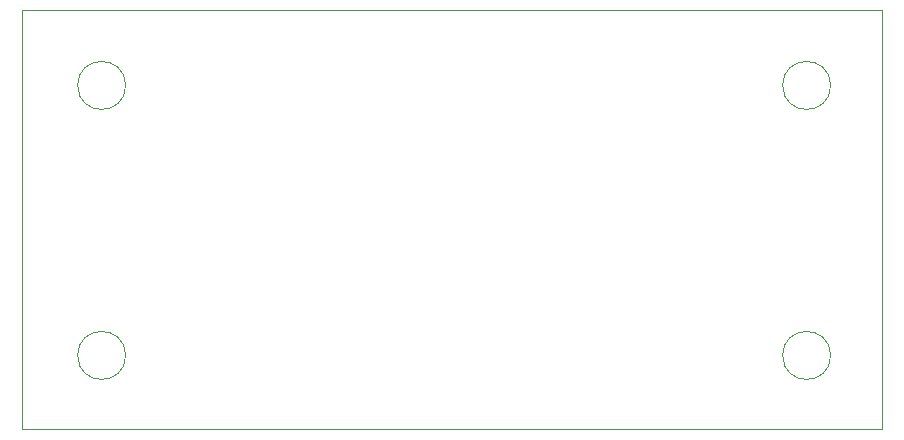
<source format=gm1>
G04 #@! TF.GenerationSoftware,KiCad,Pcbnew,6.0.5-a6ca702e91~116~ubuntu20.04.1*
G04 #@! TF.CreationDate,2022-05-28T13:47:51-04:00*
G04 #@! TF.ProjectId,audiomute,61756469-6f6d-4757-9465-2e6b69636164,rev?*
G04 #@! TF.SameCoordinates,Original*
G04 #@! TF.FileFunction,Profile,NP*
%FSLAX46Y46*%
G04 Gerber Fmt 4.6, Leading zero omitted, Abs format (unit mm)*
G04 Created by KiCad (PCBNEW 6.0.5-a6ca702e91~116~ubuntu20.04.1) date 2022-05-28 13:47:51*
%MOMM*%
%LPD*%
G01*
G04 APERTURE LIST*
G04 #@! TA.AperFunction,Profile*
%ADD10C,0.100000*%
G04 #@! TD*
G04 APERTURE END LIST*
D10*
X79502000Y-78740000D02*
G75*
G03*
X79502000Y-78740000I-2032000J0D01*
G01*
X79502000Y-101600000D02*
G75*
G03*
X79502000Y-101600000I-2032000J0D01*
G01*
X139192000Y-101600000D02*
G75*
G03*
X139192000Y-101600000I-2032000J0D01*
G01*
X139192000Y-78740000D02*
G75*
G03*
X139192000Y-78740000I-2032000J0D01*
G01*
X70739000Y-72390000D02*
X143510000Y-72390000D01*
X143510000Y-72390000D02*
X143510000Y-107823000D01*
X143510000Y-107823000D02*
X70739000Y-107823000D01*
X70739000Y-107823000D02*
X70739000Y-72390000D01*
M02*

</source>
